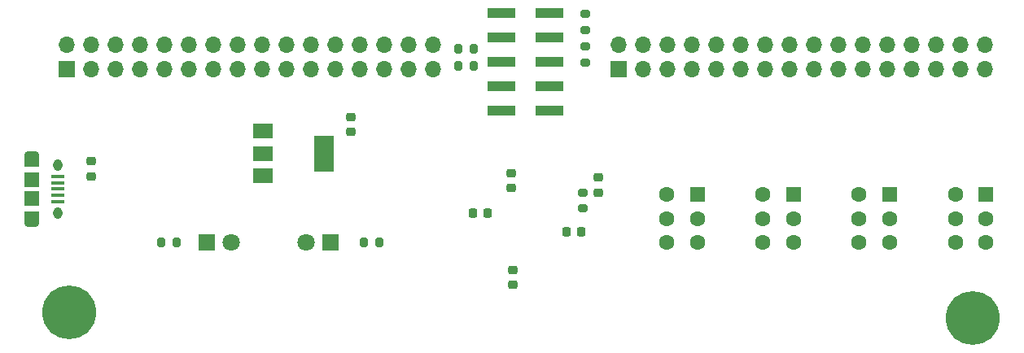
<source format=gbr>
%TF.GenerationSoftware,KiCad,Pcbnew,6.0.7-f9a2dced07~116~ubuntu22.04.1*%
%TF.CreationDate,2022-08-21T16:12:59+02:00*%
%TF.ProjectId,cpld,63706c64-2e6b-4696-9361-645f70636258,rev?*%
%TF.SameCoordinates,Original*%
%TF.FileFunction,Soldermask,Top*%
%TF.FilePolarity,Negative*%
%FSLAX46Y46*%
G04 Gerber Fmt 4.6, Leading zero omitted, Abs format (unit mm)*
G04 Created by KiCad (PCBNEW 6.0.7-f9a2dced07~116~ubuntu22.04.1) date 2022-08-21 16:12:59*
%MOMM*%
%LPD*%
G01*
G04 APERTURE LIST*
G04 Aperture macros list*
%AMRoundRect*
0 Rectangle with rounded corners*
0 $1 Rounding radius*
0 $2 $3 $4 $5 $6 $7 $8 $9 X,Y pos of 4 corners*
0 Add a 4 corners polygon primitive as box body*
4,1,4,$2,$3,$4,$5,$6,$7,$8,$9,$2,$3,0*
0 Add four circle primitives for the rounded corners*
1,1,$1+$1,$2,$3*
1,1,$1+$1,$4,$5*
1,1,$1+$1,$6,$7*
1,1,$1+$1,$8,$9*
0 Add four rect primitives between the rounded corners*
20,1,$1+$1,$2,$3,$4,$5,0*
20,1,$1+$1,$4,$5,$6,$7,0*
20,1,$1+$1,$6,$7,$8,$9,0*
20,1,$1+$1,$8,$9,$2,$3,0*%
G04 Aperture macros list end*
%ADD10R,1.600000X1.600000*%
%ADD11C,1.600000*%
%ADD12RoundRect,0.200000X-0.200000X-0.275000X0.200000X-0.275000X0.200000X0.275000X-0.200000X0.275000X0*%
%ADD13RoundRect,0.225000X0.250000X-0.225000X0.250000X0.225000X-0.250000X0.225000X-0.250000X-0.225000X0*%
%ADD14RoundRect,0.200000X-0.275000X0.200000X-0.275000X-0.200000X0.275000X-0.200000X0.275000X0.200000X0*%
%ADD15RoundRect,0.200000X0.275000X-0.200000X0.275000X0.200000X-0.275000X0.200000X-0.275000X-0.200000X0*%
%ADD16C,3.600000*%
%ADD17C,5.600000*%
%ADD18RoundRect,0.200000X0.200000X0.275000X-0.200000X0.275000X-0.200000X-0.275000X0.200000X-0.275000X0*%
%ADD19R,1.800000X1.800000*%
%ADD20C,1.800000*%
%ADD21R,3.000000X1.000000*%
%ADD22RoundRect,0.225000X-0.250000X0.225000X-0.250000X-0.225000X0.250000X-0.225000X0.250000X0.225000X0*%
%ADD23RoundRect,0.225000X0.225000X0.250000X-0.225000X0.250000X-0.225000X-0.250000X0.225000X-0.250000X0*%
%ADD24R,1.350000X0.400000*%
%ADD25O,1.550000X0.890000*%
%ADD26R,1.550000X1.500000*%
%ADD27R,1.550000X1.200000*%
%ADD28O,0.950000X1.250000*%
%ADD29R,2.000000X1.500000*%
%ADD30R,2.000000X3.800000*%
%ADD31RoundRect,0.225000X-0.225000X-0.250000X0.225000X-0.250000X0.225000X0.250000X-0.225000X0.250000X0*%
%ADD32R,1.700000X1.700000*%
%ADD33O,1.700000X1.700000*%
G04 APERTURE END LIST*
D10*
%TO.C,SW1*%
X179000000Y-82892500D03*
D11*
X179000000Y-85392500D03*
X179000000Y-87892500D03*
X175800000Y-82892500D03*
X175800000Y-85392500D03*
X175800000Y-87892500D03*
%TD*%
D12*
%TO.C,R3*%
X134075000Y-69500000D03*
X135725000Y-69500000D03*
%TD*%
D13*
%TO.C,C7*%
X139600000Y-82175000D03*
X139600000Y-80625000D03*
%TD*%
D14*
%TO.C,R4*%
X147300000Y-64075000D03*
X147300000Y-65725000D03*
%TD*%
D12*
%TO.C,R7*%
X124275000Y-87900000D03*
X125925000Y-87900000D03*
%TD*%
D10*
%TO.C,SW3*%
X159000000Y-82892500D03*
D11*
X159000000Y-85392500D03*
X159000000Y-87892500D03*
X155800000Y-82892500D03*
X155800000Y-85392500D03*
X155800000Y-87892500D03*
%TD*%
D15*
%TO.C,R2*%
X147300000Y-69125000D03*
X147300000Y-67475000D03*
%TD*%
D10*
%TO.C,SW2*%
X169000000Y-82892500D03*
D11*
X169000000Y-85392500D03*
X169000000Y-87892500D03*
X165800000Y-82892500D03*
X165800000Y-85392500D03*
X165800000Y-87892500D03*
%TD*%
D13*
%TO.C,C3*%
X122915000Y-76375000D03*
X122915000Y-74825000D03*
%TD*%
D16*
%TO.C,H2*%
X187600000Y-95700000D03*
D17*
X187600000Y-95700000D03*
%TD*%
D18*
%TO.C,R5*%
X135725000Y-67700000D03*
X134075000Y-67700000D03*
%TD*%
D10*
%TO.C,SW0*%
X189000000Y-82892500D03*
D11*
X189000000Y-85392500D03*
X189000000Y-87892500D03*
X185800000Y-82892500D03*
X185800000Y-85392500D03*
X185800000Y-87892500D03*
%TD*%
D15*
%TO.C,R8*%
X147100000Y-84325000D03*
X147100000Y-82675000D03*
%TD*%
D13*
%TO.C,C6*%
X139800000Y-92275000D03*
X139800000Y-90725000D03*
%TD*%
D18*
%TO.C,R6*%
X104825000Y-87900000D03*
X103175000Y-87900000D03*
%TD*%
D19*
%TO.C,D2*%
X120800000Y-87900000D03*
D20*
X118260000Y-87900000D03*
%TD*%
D21*
%TO.C,J4*%
X138580000Y-74180000D03*
X143620000Y-74180000D03*
X138580000Y-71640000D03*
X143620000Y-71640000D03*
X138580000Y-69100000D03*
X143620000Y-69100000D03*
X138580000Y-66560000D03*
X143620000Y-66560000D03*
X138580000Y-64020000D03*
X143620000Y-64020000D03*
%TD*%
D19*
%TO.C,D1*%
X107925000Y-87900000D03*
D20*
X110465000Y-87900000D03*
%TD*%
D22*
%TO.C,C1*%
X95880000Y-79425000D03*
X95880000Y-80975000D03*
%TD*%
D23*
%TO.C,C8*%
X146900000Y-86800000D03*
X145350000Y-86800000D03*
%TD*%
D17*
%TO.C,H4*%
X93600000Y-95100000D03*
D16*
X93600000Y-95100000D03*
%TD*%
D24*
%TO.C,J1*%
X92450000Y-81000000D03*
X92450000Y-81650000D03*
X92450000Y-82300000D03*
X92450000Y-82950000D03*
X92450000Y-83600000D03*
D25*
X89750000Y-78800000D03*
D26*
X89750000Y-83300000D03*
X89750000Y-81300000D03*
D27*
X89750000Y-79400000D03*
D28*
X92450000Y-84800000D03*
D25*
X89750000Y-85800000D03*
D28*
X92450000Y-79800000D03*
D27*
X89750000Y-85200000D03*
%TD*%
D13*
%TO.C,C4*%
X148700000Y-82675000D03*
X148700000Y-81125000D03*
%TD*%
D29*
%TO.C,U1*%
X113800000Y-76300000D03*
X113800000Y-78600000D03*
D30*
X120100000Y-78600000D03*
D29*
X113800000Y-80900000D03*
%TD*%
D31*
%TO.C,C5*%
X135625000Y-84800000D03*
X137175000Y-84800000D03*
%TD*%
D32*
%TO.C,J2*%
X93350000Y-69800000D03*
D33*
X93350000Y-67260000D03*
X95890000Y-69800000D03*
X95890000Y-67260000D03*
X98430000Y-69800000D03*
X98430000Y-67260000D03*
X100970000Y-69800000D03*
X100970000Y-67260000D03*
X103510000Y-69800000D03*
X103510000Y-67260000D03*
X106050000Y-69800000D03*
X106050000Y-67260000D03*
X108590000Y-69800000D03*
X108590000Y-67260000D03*
X111130000Y-69800000D03*
X111130000Y-67260000D03*
X113670000Y-69800000D03*
X113670000Y-67260000D03*
X116210000Y-69800000D03*
X116210000Y-67260000D03*
X118750000Y-69800000D03*
X118750000Y-67260000D03*
X121290000Y-69800000D03*
X121290000Y-67260000D03*
X123830000Y-69800000D03*
X123830000Y-67260000D03*
X126370000Y-69800000D03*
X126370000Y-67260000D03*
X128910000Y-69800000D03*
X128910000Y-67260000D03*
X131450000Y-69800000D03*
X131450000Y-67260000D03*
%TD*%
D32*
%TO.C,J3*%
X150800000Y-69800000D03*
D33*
X150800000Y-67260000D03*
X153340000Y-69800000D03*
X153340000Y-67260000D03*
X155880000Y-69800000D03*
X155880000Y-67260000D03*
X158420000Y-69800000D03*
X158420000Y-67260000D03*
X160960000Y-69800000D03*
X160960000Y-67260000D03*
X163500000Y-69800000D03*
X163500000Y-67260000D03*
X166040000Y-69800000D03*
X166040000Y-67260000D03*
X168580000Y-69800000D03*
X168580000Y-67260000D03*
X171120000Y-69800000D03*
X171120000Y-67260000D03*
X173660000Y-69800000D03*
X173660000Y-67260000D03*
X176200000Y-69800000D03*
X176200000Y-67260000D03*
X178740000Y-69800000D03*
X178740000Y-67260000D03*
X181280000Y-69800000D03*
X181280000Y-67260000D03*
X183820000Y-69800000D03*
X183820000Y-67260000D03*
X186360000Y-69800000D03*
X186360000Y-67260000D03*
X188900000Y-69800000D03*
X188900000Y-67260000D03*
%TD*%
M02*

</source>
